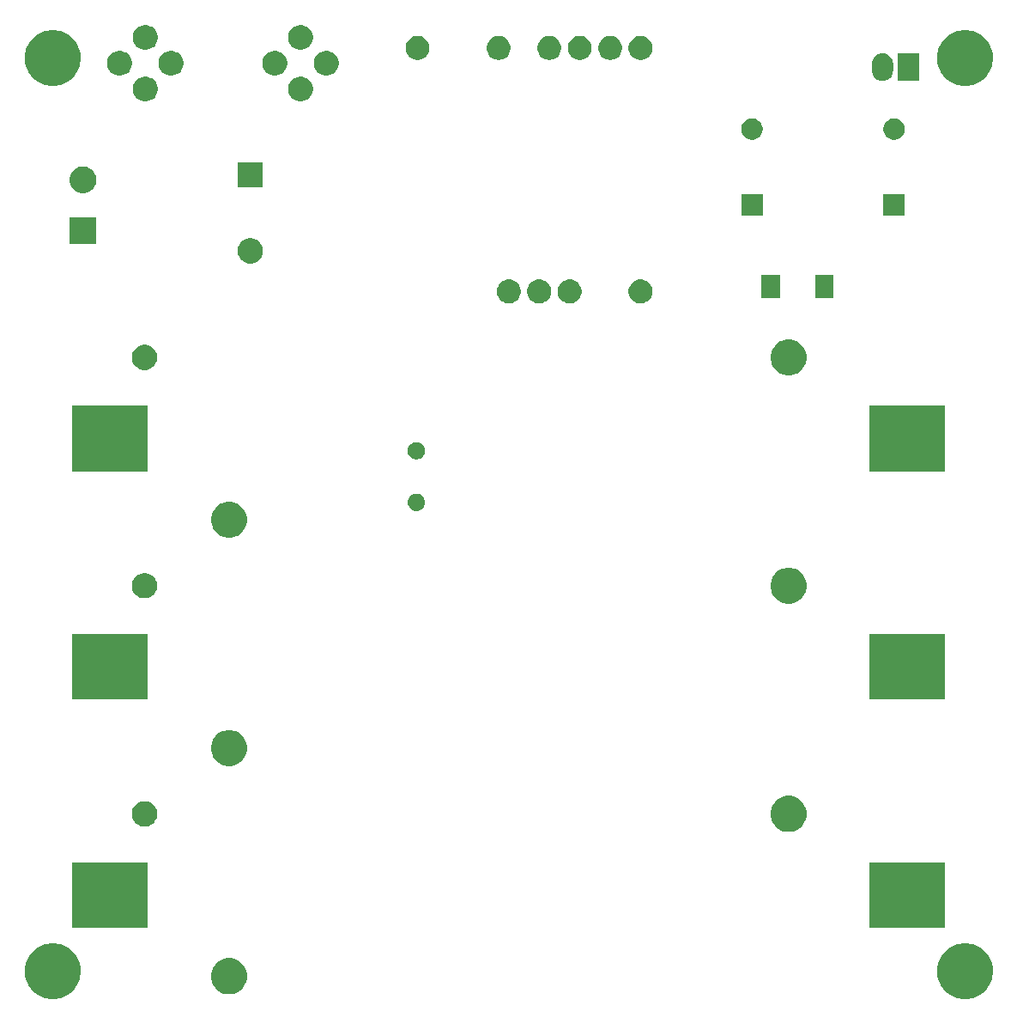
<source format=gbr>
G04 #@! TF.GenerationSoftware,KiCad,Pcbnew,6.0.0-rc1-unknown-5edf350~66~ubuntu18.10.1*
G04 #@! TF.CreationDate,2019-02-07T09:44:38-05:00
G04 #@! TF.ProjectId,UPS,5550532e-6b69-4636-9164-5f7063625858,rev?*
G04 #@! TF.SameCoordinates,Original*
G04 #@! TF.FileFunction,Soldermask,Top*
G04 #@! TF.FilePolarity,Negative*
%FSLAX46Y46*%
G04 Gerber Fmt 4.6, Leading zero omitted, Abs format (unit mm)*
G04 Created by KiCad (PCBNEW 6.0.0-rc1-unknown-5edf350~66~ubuntu18.10.1) date 2019-02-07 09:44:38*
%MOMM*%
%LPD*%
G04 APERTURE LIST*
%ADD10C,0.100000*%
G04 APERTURE END LIST*
D10*
G36*
X95536693Y-92301859D02*
G01*
X95802437Y-92354719D01*
X96303087Y-92562095D01*
X96483561Y-92682684D01*
X96753660Y-92863158D01*
X97136842Y-93246340D01*
X97317316Y-93516439D01*
X97437905Y-93696913D01*
X97645281Y-94197563D01*
X97645281Y-94197564D01*
X97751000Y-94729049D01*
X97751000Y-95270951D01*
X97715186Y-95451000D01*
X97645281Y-95802437D01*
X97437905Y-96303087D01*
X97381521Y-96387471D01*
X97136842Y-96753660D01*
X96753660Y-97136842D01*
X96490774Y-97312496D01*
X96303087Y-97437905D01*
X95802437Y-97645281D01*
X95536693Y-97698141D01*
X95270951Y-97751000D01*
X94729049Y-97751000D01*
X94463306Y-97698140D01*
X94197563Y-97645281D01*
X93696913Y-97437905D01*
X93509226Y-97312496D01*
X93246340Y-97136842D01*
X92863158Y-96753660D01*
X92618479Y-96387471D01*
X92562095Y-96303087D01*
X92354719Y-95802437D01*
X92284814Y-95451000D01*
X92249000Y-95270951D01*
X92249000Y-94729049D01*
X92354719Y-94197564D01*
X92354719Y-94197563D01*
X92562095Y-93696913D01*
X92682684Y-93516439D01*
X92863158Y-93246340D01*
X93246340Y-92863158D01*
X93516439Y-92682684D01*
X93696913Y-92562095D01*
X94197563Y-92354719D01*
X94463307Y-92301859D01*
X94729049Y-92249000D01*
X95270951Y-92249000D01*
X95536693Y-92301859D01*
X95536693Y-92301859D01*
G37*
G36*
X5536693Y-92301859D02*
G01*
X5802437Y-92354719D01*
X6303087Y-92562095D01*
X6483561Y-92682684D01*
X6753660Y-92863158D01*
X7136842Y-93246340D01*
X7317316Y-93516439D01*
X7437905Y-93696913D01*
X7645281Y-94197563D01*
X7645281Y-94197564D01*
X7751000Y-94729049D01*
X7751000Y-95270951D01*
X7715186Y-95451000D01*
X7645281Y-95802437D01*
X7437905Y-96303087D01*
X7381521Y-96387471D01*
X7136842Y-96753660D01*
X6753660Y-97136842D01*
X6490774Y-97312496D01*
X6303087Y-97437905D01*
X5802437Y-97645281D01*
X5536694Y-97698140D01*
X5270951Y-97751000D01*
X4729049Y-97751000D01*
X4463306Y-97698140D01*
X4197563Y-97645281D01*
X3696913Y-97437905D01*
X3509226Y-97312496D01*
X3246340Y-97136842D01*
X2863158Y-96753660D01*
X2618479Y-96387471D01*
X2562095Y-96303087D01*
X2354719Y-95802437D01*
X2284814Y-95451000D01*
X2249000Y-95270951D01*
X2249000Y-94729049D01*
X2354719Y-94197564D01*
X2354719Y-94197563D01*
X2562095Y-93696913D01*
X2682684Y-93516439D01*
X2863158Y-93246340D01*
X3246340Y-92863158D01*
X3516439Y-92682684D01*
X3696913Y-92562095D01*
X4197563Y-92354719D01*
X4463307Y-92301859D01*
X4729049Y-92249000D01*
X5270951Y-92249000D01*
X5536693Y-92301859D01*
X5536693Y-92301859D01*
G37*
G36*
X22918039Y-93792250D02*
G01*
X23070991Y-93855605D01*
X23241251Y-93926129D01*
X23532134Y-94120491D01*
X23779509Y-94367866D01*
X23973871Y-94658749D01*
X24026734Y-94786371D01*
X24107750Y-94981961D01*
X24176000Y-95325078D01*
X24176000Y-95674922D01*
X24107750Y-96018039D01*
X24055411Y-96144395D01*
X23973871Y-96341251D01*
X23779509Y-96632134D01*
X23532134Y-96879509D01*
X23241251Y-97073871D01*
X23107372Y-97129325D01*
X22918039Y-97207750D01*
X22574922Y-97276000D01*
X22225078Y-97276000D01*
X21881961Y-97207750D01*
X21692628Y-97129325D01*
X21558749Y-97073871D01*
X21267866Y-96879509D01*
X21020491Y-96632134D01*
X20826129Y-96341251D01*
X20744589Y-96144395D01*
X20692250Y-96018039D01*
X20624000Y-95674922D01*
X20624000Y-95325078D01*
X20692250Y-94981961D01*
X20773266Y-94786371D01*
X20826129Y-94658749D01*
X21020491Y-94367866D01*
X21267866Y-94120491D01*
X21558749Y-93926129D01*
X21729009Y-93855605D01*
X21881961Y-93792250D01*
X22225078Y-93724000D01*
X22574922Y-93724000D01*
X22918039Y-93792250D01*
X22918039Y-93792250D01*
G37*
G36*
X14391000Y-90726000D02*
G01*
X6949000Y-90726000D01*
X6949000Y-84274000D01*
X14391000Y-84274000D01*
X14391000Y-90726000D01*
X14391000Y-90726000D01*
G37*
G36*
X93051000Y-90726000D02*
G01*
X85609000Y-90726000D01*
X85609000Y-84274000D01*
X93051000Y-84274000D01*
X93051000Y-90726000D01*
X93051000Y-90726000D01*
G37*
G36*
X78118039Y-77792250D02*
G01*
X78307372Y-77870675D01*
X78441251Y-77926129D01*
X78732134Y-78120491D01*
X78979509Y-78367866D01*
X79173871Y-78658749D01*
X79173871Y-78658750D01*
X79307750Y-78981961D01*
X79376000Y-79325078D01*
X79376000Y-79674922D01*
X79307750Y-80018039D01*
X79277859Y-80090201D01*
X79173871Y-80341251D01*
X78979509Y-80632134D01*
X78732134Y-80879509D01*
X78441251Y-81073871D01*
X78307372Y-81129325D01*
X78118039Y-81207750D01*
X77774922Y-81276000D01*
X77425078Y-81276000D01*
X77081961Y-81207750D01*
X76892628Y-81129325D01*
X76758749Y-81073871D01*
X76467866Y-80879509D01*
X76220491Y-80632134D01*
X76026129Y-80341251D01*
X75922141Y-80090201D01*
X75892250Y-80018039D01*
X75824000Y-79674922D01*
X75824000Y-79325078D01*
X75892250Y-78981961D01*
X76026129Y-78658750D01*
X76026129Y-78658749D01*
X76220491Y-78367866D01*
X76467866Y-78120491D01*
X76758749Y-77926129D01*
X76892628Y-77870675D01*
X77081961Y-77792250D01*
X77425078Y-77724000D01*
X77774922Y-77724000D01*
X78118039Y-77792250D01*
X78118039Y-77792250D01*
G37*
G36*
X14433444Y-78301882D02*
G01*
X14660201Y-78395808D01*
X14660202Y-78395809D01*
X14864279Y-78532168D01*
X15037832Y-78705721D01*
X15128944Y-78842081D01*
X15174192Y-78909799D01*
X15268118Y-79136556D01*
X15316000Y-79377278D01*
X15316000Y-79622722D01*
X15268118Y-79863444D01*
X15174192Y-80090201D01*
X15174191Y-80090202D01*
X15037832Y-80294279D01*
X14864279Y-80467832D01*
X14727919Y-80558944D01*
X14660201Y-80604192D01*
X14433444Y-80698118D01*
X14192722Y-80746000D01*
X13947278Y-80746000D01*
X13706556Y-80698118D01*
X13479799Y-80604192D01*
X13412081Y-80558944D01*
X13275721Y-80467832D01*
X13102168Y-80294279D01*
X12965809Y-80090202D01*
X12965808Y-80090201D01*
X12871882Y-79863444D01*
X12824000Y-79622722D01*
X12824000Y-79377278D01*
X12871882Y-79136556D01*
X12965808Y-78909799D01*
X13011056Y-78842081D01*
X13102168Y-78705721D01*
X13275721Y-78532168D01*
X13479798Y-78395809D01*
X13479799Y-78395808D01*
X13706556Y-78301882D01*
X13947278Y-78254000D01*
X14192722Y-78254000D01*
X14433444Y-78301882D01*
X14433444Y-78301882D01*
G37*
G36*
X22918039Y-71292250D02*
G01*
X23107372Y-71370675D01*
X23241251Y-71426129D01*
X23532134Y-71620491D01*
X23779509Y-71867866D01*
X23973871Y-72158749D01*
X23973871Y-72158750D01*
X24107750Y-72481961D01*
X24176000Y-72825078D01*
X24176000Y-73174922D01*
X24107750Y-73518039D01*
X24029325Y-73707372D01*
X23973871Y-73841251D01*
X23779509Y-74132134D01*
X23532134Y-74379509D01*
X23241251Y-74573871D01*
X23107372Y-74629325D01*
X22918039Y-74707750D01*
X22574922Y-74776000D01*
X22225078Y-74776000D01*
X21881961Y-74707750D01*
X21692628Y-74629325D01*
X21558749Y-74573871D01*
X21267866Y-74379509D01*
X21020491Y-74132134D01*
X20826129Y-73841251D01*
X20770675Y-73707372D01*
X20692250Y-73518039D01*
X20624000Y-73174922D01*
X20624000Y-72825078D01*
X20692250Y-72481961D01*
X20826129Y-72158750D01*
X20826129Y-72158749D01*
X21020491Y-71867866D01*
X21267866Y-71620491D01*
X21558749Y-71426129D01*
X21692628Y-71370675D01*
X21881961Y-71292250D01*
X22225078Y-71224000D01*
X22574922Y-71224000D01*
X22918039Y-71292250D01*
X22918039Y-71292250D01*
G37*
G36*
X93051000Y-68226000D02*
G01*
X85609000Y-68226000D01*
X85609000Y-61774000D01*
X93051000Y-61774000D01*
X93051000Y-68226000D01*
X93051000Y-68226000D01*
G37*
G36*
X14391000Y-68226000D02*
G01*
X6949000Y-68226000D01*
X6949000Y-61774000D01*
X14391000Y-61774000D01*
X14391000Y-68226000D01*
X14391000Y-68226000D01*
G37*
G36*
X78118039Y-55292250D02*
G01*
X78307372Y-55370675D01*
X78441251Y-55426129D01*
X78732134Y-55620491D01*
X78979509Y-55867866D01*
X79173871Y-56158749D01*
X79173871Y-56158750D01*
X79307750Y-56481961D01*
X79376000Y-56825078D01*
X79376000Y-57174922D01*
X79307750Y-57518039D01*
X79277859Y-57590201D01*
X79173871Y-57841251D01*
X78979509Y-58132134D01*
X78732134Y-58379509D01*
X78441251Y-58573871D01*
X78307372Y-58629325D01*
X78118039Y-58707750D01*
X77774922Y-58776000D01*
X77425078Y-58776000D01*
X77081961Y-58707750D01*
X76892628Y-58629325D01*
X76758749Y-58573871D01*
X76467866Y-58379509D01*
X76220491Y-58132134D01*
X76026129Y-57841251D01*
X75922141Y-57590201D01*
X75892250Y-57518039D01*
X75824000Y-57174922D01*
X75824000Y-56825078D01*
X75892250Y-56481961D01*
X76026129Y-56158750D01*
X76026129Y-56158749D01*
X76220491Y-55867866D01*
X76467866Y-55620491D01*
X76758749Y-55426129D01*
X76892628Y-55370675D01*
X77081961Y-55292250D01*
X77425078Y-55224000D01*
X77774922Y-55224000D01*
X78118039Y-55292250D01*
X78118039Y-55292250D01*
G37*
G36*
X14433444Y-55801882D02*
G01*
X14660201Y-55895808D01*
X14660202Y-55895809D01*
X14864279Y-56032168D01*
X15037832Y-56205721D01*
X15128944Y-56342081D01*
X15174192Y-56409799D01*
X15268118Y-56636556D01*
X15316000Y-56877278D01*
X15316000Y-57122722D01*
X15268118Y-57363444D01*
X15174192Y-57590201D01*
X15174191Y-57590202D01*
X15037832Y-57794279D01*
X14864279Y-57967832D01*
X14727919Y-58058944D01*
X14660201Y-58104192D01*
X14433444Y-58198118D01*
X14192722Y-58246000D01*
X13947278Y-58246000D01*
X13706556Y-58198118D01*
X13479799Y-58104192D01*
X13412081Y-58058944D01*
X13275721Y-57967832D01*
X13102168Y-57794279D01*
X12965809Y-57590202D01*
X12965808Y-57590201D01*
X12871882Y-57363444D01*
X12824000Y-57122722D01*
X12824000Y-56877278D01*
X12871882Y-56636556D01*
X12965808Y-56409799D01*
X13011056Y-56342081D01*
X13102168Y-56205721D01*
X13275721Y-56032168D01*
X13479798Y-55895809D01*
X13479799Y-55895808D01*
X13706556Y-55801882D01*
X13947278Y-55754000D01*
X14192722Y-55754000D01*
X14433444Y-55801882D01*
X14433444Y-55801882D01*
G37*
G36*
X22918039Y-48792250D02*
G01*
X23107372Y-48870675D01*
X23241251Y-48926129D01*
X23532134Y-49120491D01*
X23779509Y-49367866D01*
X23973871Y-49658749D01*
X23973871Y-49658750D01*
X24107750Y-49981961D01*
X24176000Y-50325078D01*
X24176000Y-50674922D01*
X24107750Y-51018039D01*
X24029325Y-51207372D01*
X23973871Y-51341251D01*
X23779509Y-51632134D01*
X23532134Y-51879509D01*
X23241251Y-52073871D01*
X23107372Y-52129325D01*
X22918039Y-52207750D01*
X22574922Y-52276000D01*
X22225078Y-52276000D01*
X21881961Y-52207750D01*
X21692628Y-52129325D01*
X21558749Y-52073871D01*
X21267866Y-51879509D01*
X21020491Y-51632134D01*
X20826129Y-51341251D01*
X20770675Y-51207372D01*
X20692250Y-51018039D01*
X20624000Y-50674922D01*
X20624000Y-50325078D01*
X20692250Y-49981961D01*
X20826129Y-49658750D01*
X20826129Y-49658749D01*
X21020491Y-49367866D01*
X21267866Y-49120491D01*
X21558749Y-48926129D01*
X21692628Y-48870675D01*
X21881961Y-48792250D01*
X22225078Y-48724000D01*
X22574922Y-48724000D01*
X22918039Y-48792250D01*
X22918039Y-48792250D01*
G37*
G36*
X41050690Y-47938893D02*
G01*
X41211109Y-47987556D01*
X41343773Y-48058466D01*
X41358945Y-48066576D01*
X41488526Y-48172921D01*
X41594871Y-48302502D01*
X41594872Y-48302504D01*
X41673891Y-48450338D01*
X41722554Y-48610757D01*
X41738984Y-48777580D01*
X41722554Y-48944403D01*
X41673891Y-49104822D01*
X41602981Y-49237486D01*
X41594871Y-49252658D01*
X41488526Y-49382239D01*
X41358945Y-49488584D01*
X41358943Y-49488585D01*
X41211109Y-49567604D01*
X41050690Y-49616267D01*
X40925671Y-49628580D01*
X40842063Y-49628580D01*
X40717044Y-49616267D01*
X40556625Y-49567604D01*
X40408791Y-49488585D01*
X40408789Y-49488584D01*
X40279208Y-49382239D01*
X40172863Y-49252658D01*
X40164753Y-49237486D01*
X40093843Y-49104822D01*
X40045180Y-48944403D01*
X40028750Y-48777580D01*
X40045180Y-48610757D01*
X40093843Y-48450338D01*
X40172862Y-48302504D01*
X40172863Y-48302502D01*
X40279208Y-48172921D01*
X40408789Y-48066576D01*
X40423961Y-48058466D01*
X40556625Y-47987556D01*
X40717044Y-47938893D01*
X40842063Y-47926580D01*
X40925671Y-47926580D01*
X41050690Y-47938893D01*
X41050690Y-47938893D01*
G37*
G36*
X93051000Y-45726000D02*
G01*
X85609000Y-45726000D01*
X85609000Y-39274000D01*
X93051000Y-39274000D01*
X93051000Y-45726000D01*
X93051000Y-45726000D01*
G37*
G36*
X14391000Y-45726000D02*
G01*
X6949000Y-45726000D01*
X6949000Y-39274000D01*
X14391000Y-39274000D01*
X14391000Y-45726000D01*
X14391000Y-45726000D01*
G37*
G36*
X41132095Y-42879283D02*
G01*
X41286967Y-42943433D01*
X41426348Y-43036565D01*
X41544882Y-43155099D01*
X41638014Y-43294480D01*
X41702164Y-43449352D01*
X41734867Y-43613764D01*
X41734867Y-43781396D01*
X41702164Y-43945808D01*
X41638014Y-44100680D01*
X41544882Y-44240061D01*
X41426348Y-44358595D01*
X41286967Y-44451727D01*
X41132095Y-44515877D01*
X40967683Y-44548580D01*
X40800051Y-44548580D01*
X40635639Y-44515877D01*
X40480767Y-44451727D01*
X40341386Y-44358595D01*
X40222852Y-44240061D01*
X40129720Y-44100680D01*
X40065570Y-43945808D01*
X40032867Y-43781396D01*
X40032867Y-43613764D01*
X40065570Y-43449352D01*
X40129720Y-43294480D01*
X40222852Y-43155099D01*
X40341386Y-43036565D01*
X40480767Y-42943433D01*
X40635639Y-42879283D01*
X40800051Y-42846580D01*
X40967683Y-42846580D01*
X41132095Y-42879283D01*
X41132095Y-42879283D01*
G37*
G36*
X78118039Y-32792250D02*
G01*
X78307372Y-32870675D01*
X78441251Y-32926129D01*
X78732134Y-33120491D01*
X78979509Y-33367866D01*
X79173871Y-33658749D01*
X79173871Y-33658750D01*
X79307750Y-33981961D01*
X79376000Y-34325078D01*
X79376000Y-34674922D01*
X79307750Y-35018039D01*
X79277859Y-35090201D01*
X79173871Y-35341251D01*
X78979509Y-35632134D01*
X78732134Y-35879509D01*
X78441251Y-36073871D01*
X78307372Y-36129325D01*
X78118039Y-36207750D01*
X77774922Y-36276000D01*
X77425078Y-36276000D01*
X77081961Y-36207750D01*
X76892628Y-36129325D01*
X76758749Y-36073871D01*
X76467866Y-35879509D01*
X76220491Y-35632134D01*
X76026129Y-35341251D01*
X75922141Y-35090201D01*
X75892250Y-35018039D01*
X75824000Y-34674922D01*
X75824000Y-34325078D01*
X75892250Y-33981961D01*
X76026129Y-33658750D01*
X76026129Y-33658749D01*
X76220491Y-33367866D01*
X76467866Y-33120491D01*
X76758749Y-32926129D01*
X76892628Y-32870675D01*
X77081961Y-32792250D01*
X77425078Y-32724000D01*
X77774922Y-32724000D01*
X78118039Y-32792250D01*
X78118039Y-32792250D01*
G37*
G36*
X14433444Y-33301882D02*
G01*
X14660201Y-33395808D01*
X14660202Y-33395809D01*
X14864279Y-33532168D01*
X15037832Y-33705721D01*
X15128944Y-33842081D01*
X15174192Y-33909799D01*
X15268118Y-34136556D01*
X15316000Y-34377278D01*
X15316000Y-34622722D01*
X15268118Y-34863444D01*
X15174192Y-35090201D01*
X15174191Y-35090202D01*
X15037832Y-35294279D01*
X14864279Y-35467832D01*
X14727919Y-35558944D01*
X14660201Y-35604192D01*
X14433444Y-35698118D01*
X14192722Y-35746000D01*
X13947278Y-35746000D01*
X13706556Y-35698118D01*
X13479799Y-35604192D01*
X13412081Y-35558944D01*
X13275721Y-35467832D01*
X13102168Y-35294279D01*
X12965809Y-35090202D01*
X12965808Y-35090201D01*
X12871882Y-34863444D01*
X12824000Y-34622722D01*
X12824000Y-34377278D01*
X12871882Y-34136556D01*
X12965808Y-33909799D01*
X13011056Y-33842081D01*
X13102168Y-33705721D01*
X13275721Y-33532168D01*
X13479798Y-33395809D01*
X13479799Y-33395808D01*
X13706556Y-33301882D01*
X13947278Y-33254000D01*
X14192722Y-33254000D01*
X14433444Y-33301882D01*
X14433444Y-33301882D01*
G37*
G36*
X53191560Y-26839064D02*
G01*
X53343027Y-26869193D01*
X53557045Y-26957842D01*
X53557046Y-26957843D01*
X53749654Y-27086539D01*
X53913461Y-27250346D01*
X53999258Y-27378751D01*
X54042158Y-27442955D01*
X54130807Y-27656973D01*
X54176000Y-27884174D01*
X54176000Y-28115826D01*
X54130807Y-28343027D01*
X54042158Y-28557045D01*
X54042157Y-28557046D01*
X53913461Y-28749654D01*
X53749654Y-28913461D01*
X53621249Y-28999258D01*
X53557045Y-29042158D01*
X53343027Y-29130807D01*
X53191560Y-29160936D01*
X53115827Y-29176000D01*
X52884173Y-29176000D01*
X52808440Y-29160936D01*
X52656973Y-29130807D01*
X52442955Y-29042158D01*
X52378751Y-28999258D01*
X52250346Y-28913461D01*
X52086539Y-28749654D01*
X51957843Y-28557046D01*
X51957842Y-28557045D01*
X51869193Y-28343027D01*
X51824000Y-28115826D01*
X51824000Y-27884174D01*
X51869193Y-27656973D01*
X51957842Y-27442955D01*
X52000742Y-27378751D01*
X52086539Y-27250346D01*
X52250346Y-27086539D01*
X52442954Y-26957843D01*
X52442955Y-26957842D01*
X52656973Y-26869193D01*
X52808440Y-26839064D01*
X52884173Y-26824000D01*
X53115827Y-26824000D01*
X53191560Y-26839064D01*
X53191560Y-26839064D01*
G37*
G36*
X63191560Y-26839064D02*
G01*
X63343027Y-26869193D01*
X63557045Y-26957842D01*
X63557046Y-26957843D01*
X63749654Y-27086539D01*
X63913461Y-27250346D01*
X63999258Y-27378751D01*
X64042158Y-27442955D01*
X64130807Y-27656973D01*
X64176000Y-27884174D01*
X64176000Y-28115826D01*
X64130807Y-28343027D01*
X64042158Y-28557045D01*
X64042157Y-28557046D01*
X63913461Y-28749654D01*
X63749654Y-28913461D01*
X63621249Y-28999258D01*
X63557045Y-29042158D01*
X63343027Y-29130807D01*
X63191560Y-29160936D01*
X63115827Y-29176000D01*
X62884173Y-29176000D01*
X62808440Y-29160936D01*
X62656973Y-29130807D01*
X62442955Y-29042158D01*
X62378751Y-28999258D01*
X62250346Y-28913461D01*
X62086539Y-28749654D01*
X61957843Y-28557046D01*
X61957842Y-28557045D01*
X61869193Y-28343027D01*
X61824000Y-28115826D01*
X61824000Y-27884174D01*
X61869193Y-27656973D01*
X61957842Y-27442955D01*
X62000742Y-27378751D01*
X62086539Y-27250346D01*
X62250346Y-27086539D01*
X62442954Y-26957843D01*
X62442955Y-26957842D01*
X62656973Y-26869193D01*
X62808440Y-26839064D01*
X62884173Y-26824000D01*
X63115827Y-26824000D01*
X63191560Y-26839064D01*
X63191560Y-26839064D01*
G37*
G36*
X50191560Y-26839064D02*
G01*
X50343027Y-26869193D01*
X50557045Y-26957842D01*
X50557046Y-26957843D01*
X50749654Y-27086539D01*
X50913461Y-27250346D01*
X50999258Y-27378751D01*
X51042158Y-27442955D01*
X51130807Y-27656973D01*
X51176000Y-27884174D01*
X51176000Y-28115826D01*
X51130807Y-28343027D01*
X51042158Y-28557045D01*
X51042157Y-28557046D01*
X50913461Y-28749654D01*
X50749654Y-28913461D01*
X50621249Y-28999258D01*
X50557045Y-29042158D01*
X50343027Y-29130807D01*
X50191560Y-29160936D01*
X50115827Y-29176000D01*
X49884173Y-29176000D01*
X49808440Y-29160936D01*
X49656973Y-29130807D01*
X49442955Y-29042158D01*
X49378751Y-28999258D01*
X49250346Y-28913461D01*
X49086539Y-28749654D01*
X48957843Y-28557046D01*
X48957842Y-28557045D01*
X48869193Y-28343027D01*
X48824000Y-28115826D01*
X48824000Y-27884174D01*
X48869193Y-27656973D01*
X48957842Y-27442955D01*
X49000742Y-27378751D01*
X49086539Y-27250346D01*
X49250346Y-27086539D01*
X49442954Y-26957843D01*
X49442955Y-26957842D01*
X49656973Y-26869193D01*
X49808440Y-26839064D01*
X49884173Y-26824000D01*
X50115827Y-26824000D01*
X50191560Y-26839064D01*
X50191560Y-26839064D01*
G37*
G36*
X56191560Y-26839064D02*
G01*
X56343027Y-26869193D01*
X56557045Y-26957842D01*
X56557046Y-26957843D01*
X56749654Y-27086539D01*
X56913461Y-27250346D01*
X56999258Y-27378751D01*
X57042158Y-27442955D01*
X57130807Y-27656973D01*
X57176000Y-27884174D01*
X57176000Y-28115826D01*
X57130807Y-28343027D01*
X57042158Y-28557045D01*
X57042157Y-28557046D01*
X56913461Y-28749654D01*
X56749654Y-28913461D01*
X56621249Y-28999258D01*
X56557045Y-29042158D01*
X56343027Y-29130807D01*
X56191560Y-29160936D01*
X56115827Y-29176000D01*
X55884173Y-29176000D01*
X55808440Y-29160936D01*
X55656973Y-29130807D01*
X55442955Y-29042158D01*
X55378751Y-28999258D01*
X55250346Y-28913461D01*
X55086539Y-28749654D01*
X54957843Y-28557046D01*
X54957842Y-28557045D01*
X54869193Y-28343027D01*
X54824000Y-28115826D01*
X54824000Y-27884174D01*
X54869193Y-27656973D01*
X54957842Y-27442955D01*
X55000742Y-27378751D01*
X55086539Y-27250346D01*
X55250346Y-27086539D01*
X55442954Y-26957843D01*
X55442955Y-26957842D01*
X55656973Y-26869193D01*
X55808440Y-26839064D01*
X55884173Y-26824000D01*
X56115827Y-26824000D01*
X56191560Y-26839064D01*
X56191560Y-26839064D01*
G37*
G36*
X76751000Y-28651000D02*
G01*
X74949000Y-28651000D01*
X74949000Y-26349000D01*
X76751000Y-26349000D01*
X76751000Y-28651000D01*
X76751000Y-28651000D01*
G37*
G36*
X82051000Y-28651000D02*
G01*
X80249000Y-28651000D01*
X80249000Y-26349000D01*
X82051000Y-26349000D01*
X82051000Y-28651000D01*
X82051000Y-28651000D01*
G37*
G36*
X24864903Y-22797075D02*
G01*
X25092571Y-22891378D01*
X25297466Y-23028285D01*
X25471715Y-23202534D01*
X25608622Y-23407429D01*
X25702925Y-23635097D01*
X25751000Y-23876787D01*
X25751000Y-24123213D01*
X25702925Y-24364903D01*
X25608622Y-24592571D01*
X25471715Y-24797466D01*
X25297466Y-24971715D01*
X25092571Y-25108622D01*
X25092570Y-25108623D01*
X25092569Y-25108623D01*
X24864903Y-25202925D01*
X24623214Y-25251000D01*
X24376786Y-25251000D01*
X24135097Y-25202925D01*
X23907431Y-25108623D01*
X23907430Y-25108623D01*
X23907429Y-25108622D01*
X23702534Y-24971715D01*
X23528285Y-24797466D01*
X23391378Y-24592571D01*
X23297075Y-24364903D01*
X23249000Y-24123213D01*
X23249000Y-23876787D01*
X23297075Y-23635097D01*
X23391378Y-23407429D01*
X23528285Y-23202534D01*
X23702534Y-23028285D01*
X23907429Y-22891378D01*
X24135097Y-22797075D01*
X24376786Y-22749000D01*
X24623214Y-22749000D01*
X24864903Y-22797075D01*
X24864903Y-22797075D01*
G37*
G36*
X9301000Y-23301000D02*
G01*
X6699000Y-23301000D01*
X6699000Y-20699000D01*
X9301000Y-20699000D01*
X9301000Y-23301000D01*
X9301000Y-23301000D01*
G37*
G36*
X75051000Y-20551000D02*
G01*
X72949000Y-20551000D01*
X72949000Y-18449000D01*
X75051000Y-18449000D01*
X75051000Y-20551000D01*
X75051000Y-20551000D01*
G37*
G36*
X89051000Y-20551000D02*
G01*
X86949000Y-20551000D01*
X86949000Y-18449000D01*
X89051000Y-18449000D01*
X89051000Y-20551000D01*
X89051000Y-20551000D01*
G37*
G36*
X8379487Y-15748996D02*
G01*
X8616253Y-15847068D01*
X8616255Y-15847069D01*
X8829339Y-15989447D01*
X9010553Y-16170661D01*
X9152932Y-16383747D01*
X9251004Y-16620513D01*
X9301000Y-16871861D01*
X9301000Y-17128139D01*
X9251004Y-17379487D01*
X9152932Y-17616253D01*
X9152931Y-17616255D01*
X9010553Y-17829339D01*
X8829339Y-18010553D01*
X8616255Y-18152931D01*
X8616254Y-18152932D01*
X8616253Y-18152932D01*
X8379487Y-18251004D01*
X8128139Y-18301000D01*
X7871861Y-18301000D01*
X7620513Y-18251004D01*
X7383747Y-18152932D01*
X7383746Y-18152932D01*
X7383745Y-18152931D01*
X7170661Y-18010553D01*
X6989447Y-17829339D01*
X6847069Y-17616255D01*
X6847068Y-17616253D01*
X6748996Y-17379487D01*
X6699000Y-17128139D01*
X6699000Y-16871861D01*
X6748996Y-16620513D01*
X6847068Y-16383747D01*
X6989447Y-16170661D01*
X7170661Y-15989447D01*
X7383745Y-15847069D01*
X7383747Y-15847068D01*
X7620513Y-15748996D01*
X7871861Y-15699000D01*
X8128139Y-15699000D01*
X8379487Y-15748996D01*
X8379487Y-15748996D01*
G37*
G36*
X25751000Y-17751000D02*
G01*
X23249000Y-17751000D01*
X23249000Y-15249000D01*
X25751000Y-15249000D01*
X25751000Y-17751000D01*
X25751000Y-17751000D01*
G37*
G36*
X74306564Y-10989389D02*
G01*
X74497833Y-11068615D01*
X74497835Y-11068616D01*
X74669973Y-11183635D01*
X74816365Y-11330027D01*
X74931385Y-11502167D01*
X75010611Y-11693436D01*
X75051000Y-11896484D01*
X75051000Y-12103516D01*
X75010611Y-12306564D01*
X74931385Y-12497833D01*
X74931384Y-12497835D01*
X74816365Y-12669973D01*
X74669973Y-12816365D01*
X74497835Y-12931384D01*
X74497834Y-12931385D01*
X74497833Y-12931385D01*
X74306564Y-13010611D01*
X74103516Y-13051000D01*
X73896484Y-13051000D01*
X73693436Y-13010611D01*
X73502167Y-12931385D01*
X73502166Y-12931385D01*
X73502165Y-12931384D01*
X73330027Y-12816365D01*
X73183635Y-12669973D01*
X73068616Y-12497835D01*
X73068615Y-12497833D01*
X72989389Y-12306564D01*
X72949000Y-12103516D01*
X72949000Y-11896484D01*
X72989389Y-11693436D01*
X73068615Y-11502167D01*
X73183635Y-11330027D01*
X73330027Y-11183635D01*
X73502165Y-11068616D01*
X73502167Y-11068615D01*
X73693436Y-10989389D01*
X73896484Y-10949000D01*
X74103516Y-10949000D01*
X74306564Y-10989389D01*
X74306564Y-10989389D01*
G37*
G36*
X88306564Y-10989389D02*
G01*
X88497833Y-11068615D01*
X88497835Y-11068616D01*
X88669973Y-11183635D01*
X88816365Y-11330027D01*
X88931385Y-11502167D01*
X89010611Y-11693436D01*
X89051000Y-11896484D01*
X89051000Y-12103516D01*
X89010611Y-12306564D01*
X88931385Y-12497833D01*
X88931384Y-12497835D01*
X88816365Y-12669973D01*
X88669973Y-12816365D01*
X88497835Y-12931384D01*
X88497834Y-12931385D01*
X88497833Y-12931385D01*
X88306564Y-13010611D01*
X88103516Y-13051000D01*
X87896484Y-13051000D01*
X87693436Y-13010611D01*
X87502167Y-12931385D01*
X87502166Y-12931385D01*
X87502165Y-12931384D01*
X87330027Y-12816365D01*
X87183635Y-12669973D01*
X87068616Y-12497835D01*
X87068615Y-12497833D01*
X86989389Y-12306564D01*
X86949000Y-12103516D01*
X86949000Y-11896484D01*
X86989389Y-11693436D01*
X87068615Y-11502167D01*
X87183635Y-11330027D01*
X87330027Y-11183635D01*
X87502165Y-11068616D01*
X87502167Y-11068615D01*
X87693436Y-10989389D01*
X87896484Y-10949000D01*
X88103516Y-10949000D01*
X88306564Y-10989389D01*
X88306564Y-10989389D01*
G37*
G36*
X29817610Y-6861114D02*
G01*
X30024390Y-6946765D01*
X30040729Y-6953533D01*
X30081207Y-6980580D01*
X30241529Y-7087703D01*
X30412297Y-7258471D01*
X30512697Y-7408731D01*
X30532191Y-7437905D01*
X30546468Y-7459273D01*
X30638886Y-7682390D01*
X30686000Y-7919248D01*
X30686000Y-8160752D01*
X30638886Y-8397610D01*
X30546468Y-8620727D01*
X30412297Y-8821529D01*
X30241529Y-8992297D01*
X30091269Y-9092697D01*
X30040729Y-9126467D01*
X30040728Y-9126468D01*
X30040727Y-9126468D01*
X29817610Y-9218886D01*
X29580752Y-9266000D01*
X29339248Y-9266000D01*
X29102390Y-9218886D01*
X28879273Y-9126468D01*
X28879272Y-9126468D01*
X28879271Y-9126467D01*
X28828731Y-9092697D01*
X28678471Y-8992297D01*
X28507703Y-8821529D01*
X28373532Y-8620727D01*
X28281114Y-8397610D01*
X28234000Y-8160752D01*
X28234000Y-7919248D01*
X28281114Y-7682390D01*
X28373532Y-7459273D01*
X28387810Y-7437905D01*
X28407303Y-7408731D01*
X28507703Y-7258471D01*
X28678471Y-7087703D01*
X28838793Y-6980580D01*
X28879271Y-6953533D01*
X28895610Y-6946765D01*
X29102390Y-6861114D01*
X29339248Y-6814000D01*
X29580752Y-6814000D01*
X29817610Y-6861114D01*
X29817610Y-6861114D01*
G37*
G36*
X14497610Y-6861114D02*
G01*
X14704390Y-6946765D01*
X14720729Y-6953533D01*
X14761207Y-6980580D01*
X14921529Y-7087703D01*
X15092297Y-7258471D01*
X15192697Y-7408731D01*
X15212191Y-7437905D01*
X15226468Y-7459273D01*
X15318886Y-7682390D01*
X15366000Y-7919248D01*
X15366000Y-8160752D01*
X15318886Y-8397610D01*
X15226468Y-8620727D01*
X15092297Y-8821529D01*
X14921529Y-8992297D01*
X14771269Y-9092697D01*
X14720729Y-9126467D01*
X14720728Y-9126468D01*
X14720727Y-9126468D01*
X14497610Y-9218886D01*
X14260752Y-9266000D01*
X14019248Y-9266000D01*
X13782390Y-9218886D01*
X13559273Y-9126468D01*
X13559272Y-9126468D01*
X13559271Y-9126467D01*
X13508731Y-9092697D01*
X13358471Y-8992297D01*
X13187703Y-8821529D01*
X13053532Y-8620727D01*
X12961114Y-8397610D01*
X12914000Y-8160752D01*
X12914000Y-7919248D01*
X12961114Y-7682390D01*
X13053532Y-7459273D01*
X13067810Y-7437905D01*
X13087303Y-7408731D01*
X13187703Y-7258471D01*
X13358471Y-7087703D01*
X13518793Y-6980580D01*
X13559271Y-6953533D01*
X13575610Y-6946765D01*
X13782390Y-6861114D01*
X14019248Y-6814000D01*
X14260752Y-6814000D01*
X14497610Y-6861114D01*
X14497610Y-6861114D01*
G37*
G36*
X5536694Y-2301860D02*
G01*
X5802437Y-2354719D01*
X6303087Y-2562095D01*
X6483561Y-2682684D01*
X6753660Y-2863158D01*
X7136842Y-3246340D01*
X7317316Y-3516439D01*
X7437905Y-3696913D01*
X7620976Y-4138886D01*
X7645281Y-4197564D01*
X7751000Y-4729049D01*
X7751000Y-5270951D01*
X7715186Y-5451000D01*
X7645281Y-5802437D01*
X7437905Y-6303087D01*
X7369120Y-6406031D01*
X7136842Y-6753660D01*
X6753660Y-7136842D01*
X6490774Y-7312496D01*
X6303087Y-7437905D01*
X5802437Y-7645281D01*
X5615882Y-7682389D01*
X5270951Y-7751000D01*
X4729049Y-7751000D01*
X4384118Y-7682389D01*
X4197563Y-7645281D01*
X3696913Y-7437905D01*
X3509226Y-7312496D01*
X3246340Y-7136842D01*
X2863158Y-6753660D01*
X2630880Y-6406031D01*
X2562095Y-6303087D01*
X2354719Y-5802437D01*
X2284814Y-5451000D01*
X2249000Y-5270951D01*
X2249000Y-4729049D01*
X2354719Y-4197564D01*
X2379024Y-4138886D01*
X2562095Y-3696913D01*
X2682684Y-3516439D01*
X2863158Y-3246340D01*
X3246340Y-2863158D01*
X3516439Y-2682684D01*
X3696913Y-2562095D01*
X4197563Y-2354719D01*
X4463306Y-2301860D01*
X4729049Y-2249000D01*
X5270951Y-2249000D01*
X5536694Y-2301860D01*
X5536694Y-2301860D01*
G37*
G36*
X95536694Y-2301860D02*
G01*
X95802437Y-2354719D01*
X96303087Y-2562095D01*
X96483561Y-2682684D01*
X96753660Y-2863158D01*
X97136842Y-3246340D01*
X97317316Y-3516439D01*
X97437905Y-3696913D01*
X97620976Y-4138886D01*
X97645281Y-4197564D01*
X97751000Y-4729049D01*
X97751000Y-5270951D01*
X97715186Y-5451000D01*
X97645281Y-5802437D01*
X97437905Y-6303087D01*
X97369120Y-6406031D01*
X97136842Y-6753660D01*
X96753660Y-7136842D01*
X96490774Y-7312496D01*
X96303087Y-7437905D01*
X95802437Y-7645281D01*
X95615882Y-7682389D01*
X95270951Y-7751000D01*
X94729049Y-7751000D01*
X94384118Y-7682389D01*
X94197563Y-7645281D01*
X93696913Y-7437905D01*
X93509226Y-7312496D01*
X93246340Y-7136842D01*
X92863158Y-6753660D01*
X92630880Y-6406031D01*
X92562095Y-6303087D01*
X92354719Y-5802437D01*
X92284814Y-5451000D01*
X92249000Y-5270951D01*
X92249000Y-4729049D01*
X92354719Y-4197564D01*
X92379024Y-4138886D01*
X92562095Y-3696913D01*
X92682684Y-3516439D01*
X92863158Y-3246340D01*
X93246340Y-2863158D01*
X93516439Y-2682684D01*
X93696913Y-2562095D01*
X94197563Y-2354719D01*
X94463306Y-2301860D01*
X94729049Y-2249000D01*
X95270951Y-2249000D01*
X95536694Y-2301860D01*
X95536694Y-2301860D01*
G37*
G36*
X87066032Y-4564207D02*
G01*
X87264146Y-4624305D01*
X87264149Y-4624306D01*
X87311631Y-4649686D01*
X87446729Y-4721897D01*
X87606765Y-4853235D01*
X87738103Y-5013271D01*
X87753543Y-5042158D01*
X87835694Y-5195851D01*
X87835695Y-5195855D01*
X87895793Y-5393969D01*
X87911000Y-5548371D01*
X87911000Y-6251630D01*
X87895793Y-6406032D01*
X87839582Y-6591332D01*
X87835694Y-6604149D01*
X87795746Y-6678886D01*
X87738103Y-6786729D01*
X87606765Y-6946765D01*
X87446729Y-7078103D01*
X87336835Y-7136842D01*
X87264148Y-7175694D01*
X87264145Y-7175695D01*
X87066031Y-7235793D01*
X86860000Y-7256085D01*
X86653968Y-7235793D01*
X86455854Y-7175695D01*
X86455851Y-7175694D01*
X86359025Y-7123939D01*
X86273271Y-7078103D01*
X86113235Y-6946765D01*
X85981897Y-6786729D01*
X85884307Y-6604149D01*
X85884306Y-6604148D01*
X85878943Y-6586468D01*
X85824207Y-6406031D01*
X85809000Y-6251629D01*
X85809000Y-5548370D01*
X85824207Y-5393968D01*
X85843296Y-5331040D01*
X85884305Y-5195853D01*
X85966458Y-5042157D01*
X85981898Y-5013271D01*
X86113236Y-4853235D01*
X86273272Y-4721897D01*
X86408370Y-4649686D01*
X86455852Y-4624306D01*
X86455855Y-4624305D01*
X86653969Y-4564207D01*
X86860000Y-4543915D01*
X87066032Y-4564207D01*
X87066032Y-4564207D01*
G37*
G36*
X90451000Y-7251000D02*
G01*
X88349000Y-7251000D01*
X88349000Y-4549000D01*
X90451000Y-4549000D01*
X90451000Y-7251000D01*
X90451000Y-7251000D01*
G37*
G36*
X11957610Y-4321114D02*
G01*
X12180727Y-4413532D01*
X12180729Y-4413533D01*
X12231269Y-4447303D01*
X12381529Y-4547703D01*
X12552297Y-4718471D01*
X12597666Y-4786371D01*
X12682584Y-4913459D01*
X12686468Y-4919273D01*
X12778886Y-5142390D01*
X12826000Y-5379248D01*
X12826000Y-5620752D01*
X12778886Y-5857610D01*
X12686468Y-6080727D01*
X12552297Y-6281529D01*
X12381529Y-6452297D01*
X12231269Y-6552697D01*
X12180729Y-6586467D01*
X12180728Y-6586468D01*
X12180727Y-6586468D01*
X11957610Y-6678886D01*
X11720752Y-6726000D01*
X11479248Y-6726000D01*
X11242390Y-6678886D01*
X11019273Y-6586468D01*
X11019272Y-6586468D01*
X11019271Y-6586467D01*
X10968731Y-6552697D01*
X10818471Y-6452297D01*
X10647703Y-6281529D01*
X10513532Y-6080727D01*
X10421114Y-5857610D01*
X10374000Y-5620752D01*
X10374000Y-5379248D01*
X10421114Y-5142390D01*
X10513532Y-4919273D01*
X10517417Y-4913459D01*
X10602334Y-4786371D01*
X10647703Y-4718471D01*
X10818471Y-4547703D01*
X10968731Y-4447303D01*
X11019271Y-4413533D01*
X11019273Y-4413532D01*
X11242390Y-4321114D01*
X11479248Y-4274000D01*
X11720752Y-4274000D01*
X11957610Y-4321114D01*
X11957610Y-4321114D01*
G37*
G36*
X17037610Y-4321114D02*
G01*
X17260727Y-4413532D01*
X17260729Y-4413533D01*
X17311269Y-4447303D01*
X17461529Y-4547703D01*
X17632297Y-4718471D01*
X17677666Y-4786371D01*
X17762584Y-4913459D01*
X17766468Y-4919273D01*
X17858886Y-5142390D01*
X17906000Y-5379248D01*
X17906000Y-5620752D01*
X17858886Y-5857610D01*
X17766468Y-6080727D01*
X17632297Y-6281529D01*
X17461529Y-6452297D01*
X17311269Y-6552697D01*
X17260729Y-6586467D01*
X17260728Y-6586468D01*
X17260727Y-6586468D01*
X17037610Y-6678886D01*
X16800752Y-6726000D01*
X16559248Y-6726000D01*
X16322390Y-6678886D01*
X16099273Y-6586468D01*
X16099272Y-6586468D01*
X16099271Y-6586467D01*
X16048731Y-6552697D01*
X15898471Y-6452297D01*
X15727703Y-6281529D01*
X15593532Y-6080727D01*
X15501114Y-5857610D01*
X15454000Y-5620752D01*
X15454000Y-5379248D01*
X15501114Y-5142390D01*
X15593532Y-4919273D01*
X15597417Y-4913459D01*
X15682334Y-4786371D01*
X15727703Y-4718471D01*
X15898471Y-4547703D01*
X16048731Y-4447303D01*
X16099271Y-4413533D01*
X16099273Y-4413532D01*
X16322390Y-4321114D01*
X16559248Y-4274000D01*
X16800752Y-4274000D01*
X17037610Y-4321114D01*
X17037610Y-4321114D01*
G37*
G36*
X27277610Y-4321114D02*
G01*
X27500727Y-4413532D01*
X27500729Y-4413533D01*
X27551269Y-4447303D01*
X27701529Y-4547703D01*
X27872297Y-4718471D01*
X27917666Y-4786371D01*
X28002584Y-4913459D01*
X28006468Y-4919273D01*
X28098886Y-5142390D01*
X28146000Y-5379248D01*
X28146000Y-5620752D01*
X28098886Y-5857610D01*
X28006468Y-6080727D01*
X27872297Y-6281529D01*
X27701529Y-6452297D01*
X27551269Y-6552697D01*
X27500729Y-6586467D01*
X27500728Y-6586468D01*
X27500727Y-6586468D01*
X27277610Y-6678886D01*
X27040752Y-6726000D01*
X26799248Y-6726000D01*
X26562390Y-6678886D01*
X26339273Y-6586468D01*
X26339272Y-6586468D01*
X26339271Y-6586467D01*
X26288731Y-6552697D01*
X26138471Y-6452297D01*
X25967703Y-6281529D01*
X25833532Y-6080727D01*
X25741114Y-5857610D01*
X25694000Y-5620752D01*
X25694000Y-5379248D01*
X25741114Y-5142390D01*
X25833532Y-4919273D01*
X25837417Y-4913459D01*
X25922334Y-4786371D01*
X25967703Y-4718471D01*
X26138471Y-4547703D01*
X26288731Y-4447303D01*
X26339271Y-4413533D01*
X26339273Y-4413532D01*
X26562390Y-4321114D01*
X26799248Y-4274000D01*
X27040752Y-4274000D01*
X27277610Y-4321114D01*
X27277610Y-4321114D01*
G37*
G36*
X32357610Y-4321114D02*
G01*
X32580727Y-4413532D01*
X32580729Y-4413533D01*
X32631269Y-4447303D01*
X32781529Y-4547703D01*
X32952297Y-4718471D01*
X32997666Y-4786371D01*
X33082584Y-4913459D01*
X33086468Y-4919273D01*
X33178886Y-5142390D01*
X33226000Y-5379248D01*
X33226000Y-5620752D01*
X33178886Y-5857610D01*
X33086468Y-6080727D01*
X32952297Y-6281529D01*
X32781529Y-6452297D01*
X32631269Y-6552697D01*
X32580729Y-6586467D01*
X32580728Y-6586468D01*
X32580727Y-6586468D01*
X32357610Y-6678886D01*
X32120752Y-6726000D01*
X31879248Y-6726000D01*
X31642390Y-6678886D01*
X31419273Y-6586468D01*
X31419272Y-6586468D01*
X31419271Y-6586467D01*
X31368731Y-6552697D01*
X31218471Y-6452297D01*
X31047703Y-6281529D01*
X30913532Y-6080727D01*
X30821114Y-5857610D01*
X30774000Y-5620752D01*
X30774000Y-5379248D01*
X30821114Y-5142390D01*
X30913532Y-4919273D01*
X30917417Y-4913459D01*
X31002334Y-4786371D01*
X31047703Y-4718471D01*
X31218471Y-4547703D01*
X31368731Y-4447303D01*
X31419271Y-4413533D01*
X31419273Y-4413532D01*
X31642390Y-4321114D01*
X31879248Y-4274000D01*
X32120752Y-4274000D01*
X32357610Y-4321114D01*
X32357610Y-4321114D01*
G37*
G36*
X57191560Y-2839064D02*
G01*
X57343027Y-2869193D01*
X57557045Y-2957842D01*
X57557046Y-2957843D01*
X57749654Y-3086539D01*
X57913461Y-3250346D01*
X57958405Y-3317610D01*
X58042158Y-3442955D01*
X58130807Y-3656973D01*
X58176000Y-3884174D01*
X58176000Y-4115826D01*
X58130807Y-4343027D01*
X58042158Y-4557045D01*
X58013236Y-4600329D01*
X57913461Y-4749654D01*
X57749654Y-4913461D01*
X57686618Y-4955580D01*
X57557045Y-5042158D01*
X57343027Y-5130807D01*
X57191560Y-5160936D01*
X57115827Y-5176000D01*
X56884173Y-5176000D01*
X56808440Y-5160936D01*
X56656973Y-5130807D01*
X56442955Y-5042158D01*
X56313382Y-4955580D01*
X56250346Y-4913461D01*
X56086539Y-4749654D01*
X55986764Y-4600329D01*
X55957842Y-4557045D01*
X55869193Y-4343027D01*
X55824000Y-4115826D01*
X55824000Y-3884174D01*
X55869193Y-3656973D01*
X55957842Y-3442955D01*
X56041595Y-3317610D01*
X56086539Y-3250346D01*
X56250346Y-3086539D01*
X56442954Y-2957843D01*
X56442955Y-2957842D01*
X56656973Y-2869193D01*
X56808440Y-2839064D01*
X56884173Y-2824000D01*
X57115827Y-2824000D01*
X57191560Y-2839064D01*
X57191560Y-2839064D01*
G37*
G36*
X60191560Y-2839064D02*
G01*
X60343027Y-2869193D01*
X60557045Y-2957842D01*
X60557046Y-2957843D01*
X60749654Y-3086539D01*
X60913461Y-3250346D01*
X60958405Y-3317610D01*
X61042158Y-3442955D01*
X61130807Y-3656973D01*
X61176000Y-3884174D01*
X61176000Y-4115826D01*
X61130807Y-4343027D01*
X61042158Y-4557045D01*
X61013236Y-4600329D01*
X60913461Y-4749654D01*
X60749654Y-4913461D01*
X60686618Y-4955580D01*
X60557045Y-5042158D01*
X60343027Y-5130807D01*
X60191560Y-5160936D01*
X60115827Y-5176000D01*
X59884173Y-5176000D01*
X59808440Y-5160936D01*
X59656973Y-5130807D01*
X59442955Y-5042158D01*
X59313382Y-4955580D01*
X59250346Y-4913461D01*
X59086539Y-4749654D01*
X58986764Y-4600329D01*
X58957842Y-4557045D01*
X58869193Y-4343027D01*
X58824000Y-4115826D01*
X58824000Y-3884174D01*
X58869193Y-3656973D01*
X58957842Y-3442955D01*
X59041595Y-3317610D01*
X59086539Y-3250346D01*
X59250346Y-3086539D01*
X59442954Y-2957843D01*
X59442955Y-2957842D01*
X59656973Y-2869193D01*
X59808440Y-2839064D01*
X59884173Y-2824000D01*
X60115827Y-2824000D01*
X60191560Y-2839064D01*
X60191560Y-2839064D01*
G37*
G36*
X63191560Y-2839064D02*
G01*
X63343027Y-2869193D01*
X63557045Y-2957842D01*
X63557046Y-2957843D01*
X63749654Y-3086539D01*
X63913461Y-3250346D01*
X63958405Y-3317610D01*
X64042158Y-3442955D01*
X64130807Y-3656973D01*
X64176000Y-3884174D01*
X64176000Y-4115826D01*
X64130807Y-4343027D01*
X64042158Y-4557045D01*
X64013236Y-4600329D01*
X63913461Y-4749654D01*
X63749654Y-4913461D01*
X63686618Y-4955580D01*
X63557045Y-5042158D01*
X63343027Y-5130807D01*
X63191560Y-5160936D01*
X63115827Y-5176000D01*
X62884173Y-5176000D01*
X62808440Y-5160936D01*
X62656973Y-5130807D01*
X62442955Y-5042158D01*
X62313382Y-4955580D01*
X62250346Y-4913461D01*
X62086539Y-4749654D01*
X61986764Y-4600329D01*
X61957842Y-4557045D01*
X61869193Y-4343027D01*
X61824000Y-4115826D01*
X61824000Y-3884174D01*
X61869193Y-3656973D01*
X61957842Y-3442955D01*
X62041595Y-3317610D01*
X62086539Y-3250346D01*
X62250346Y-3086539D01*
X62442954Y-2957843D01*
X62442955Y-2957842D01*
X62656973Y-2869193D01*
X62808440Y-2839064D01*
X62884173Y-2824000D01*
X63115827Y-2824000D01*
X63191560Y-2839064D01*
X63191560Y-2839064D01*
G37*
G36*
X49191560Y-2839064D02*
G01*
X49343027Y-2869193D01*
X49557045Y-2957842D01*
X49557046Y-2957843D01*
X49749654Y-3086539D01*
X49913461Y-3250346D01*
X49958405Y-3317610D01*
X50042158Y-3442955D01*
X50130807Y-3656973D01*
X50176000Y-3884174D01*
X50176000Y-4115826D01*
X50130807Y-4343027D01*
X50042158Y-4557045D01*
X50013236Y-4600329D01*
X49913461Y-4749654D01*
X49749654Y-4913461D01*
X49686618Y-4955580D01*
X49557045Y-5042158D01*
X49343027Y-5130807D01*
X49191560Y-5160936D01*
X49115827Y-5176000D01*
X48884173Y-5176000D01*
X48808440Y-5160936D01*
X48656973Y-5130807D01*
X48442955Y-5042158D01*
X48313382Y-4955580D01*
X48250346Y-4913461D01*
X48086539Y-4749654D01*
X47986764Y-4600329D01*
X47957842Y-4557045D01*
X47869193Y-4343027D01*
X47824000Y-4115826D01*
X47824000Y-3884174D01*
X47869193Y-3656973D01*
X47957842Y-3442955D01*
X48041595Y-3317610D01*
X48086539Y-3250346D01*
X48250346Y-3086539D01*
X48442954Y-2957843D01*
X48442955Y-2957842D01*
X48656973Y-2869193D01*
X48808440Y-2839064D01*
X48884173Y-2824000D01*
X49115827Y-2824000D01*
X49191560Y-2839064D01*
X49191560Y-2839064D01*
G37*
G36*
X54191560Y-2839064D02*
G01*
X54343027Y-2869193D01*
X54557045Y-2957842D01*
X54557046Y-2957843D01*
X54749654Y-3086539D01*
X54913461Y-3250346D01*
X54958405Y-3317610D01*
X55042158Y-3442955D01*
X55130807Y-3656973D01*
X55176000Y-3884174D01*
X55176000Y-4115826D01*
X55130807Y-4343027D01*
X55042158Y-4557045D01*
X55013236Y-4600329D01*
X54913461Y-4749654D01*
X54749654Y-4913461D01*
X54686618Y-4955580D01*
X54557045Y-5042158D01*
X54343027Y-5130807D01*
X54191560Y-5160936D01*
X54115827Y-5176000D01*
X53884173Y-5176000D01*
X53808440Y-5160936D01*
X53656973Y-5130807D01*
X53442955Y-5042158D01*
X53313382Y-4955580D01*
X53250346Y-4913461D01*
X53086539Y-4749654D01*
X52986764Y-4600329D01*
X52957842Y-4557045D01*
X52869193Y-4343027D01*
X52824000Y-4115826D01*
X52824000Y-3884174D01*
X52869193Y-3656973D01*
X52957842Y-3442955D01*
X53041595Y-3317610D01*
X53086539Y-3250346D01*
X53250346Y-3086539D01*
X53442954Y-2957843D01*
X53442955Y-2957842D01*
X53656973Y-2869193D01*
X53808440Y-2839064D01*
X53884173Y-2824000D01*
X54115827Y-2824000D01*
X54191560Y-2839064D01*
X54191560Y-2839064D01*
G37*
G36*
X41191560Y-2839064D02*
G01*
X41343027Y-2869193D01*
X41557045Y-2957842D01*
X41557046Y-2957843D01*
X41749654Y-3086539D01*
X41913461Y-3250346D01*
X41958405Y-3317610D01*
X42042158Y-3442955D01*
X42130807Y-3656973D01*
X42176000Y-3884174D01*
X42176000Y-4115826D01*
X42130807Y-4343027D01*
X42042158Y-4557045D01*
X42013236Y-4600329D01*
X41913461Y-4749654D01*
X41749654Y-4913461D01*
X41686618Y-4955580D01*
X41557045Y-5042158D01*
X41343027Y-5130807D01*
X41191560Y-5160936D01*
X41115827Y-5176000D01*
X40884173Y-5176000D01*
X40808440Y-5160936D01*
X40656973Y-5130807D01*
X40442955Y-5042158D01*
X40313382Y-4955580D01*
X40250346Y-4913461D01*
X40086539Y-4749654D01*
X39986764Y-4600329D01*
X39957842Y-4557045D01*
X39869193Y-4343027D01*
X39824000Y-4115826D01*
X39824000Y-3884174D01*
X39869193Y-3656973D01*
X39957842Y-3442955D01*
X40041595Y-3317610D01*
X40086539Y-3250346D01*
X40250346Y-3086539D01*
X40442954Y-2957843D01*
X40442955Y-2957842D01*
X40656973Y-2869193D01*
X40808440Y-2839064D01*
X40884173Y-2824000D01*
X41115827Y-2824000D01*
X41191560Y-2839064D01*
X41191560Y-2839064D01*
G37*
G36*
X14497610Y-1781114D02*
G01*
X14720727Y-1873532D01*
X14720729Y-1873533D01*
X14771269Y-1907303D01*
X14921529Y-2007703D01*
X15092297Y-2178471D01*
X15226468Y-2379273D01*
X15318886Y-2602390D01*
X15366000Y-2839248D01*
X15366000Y-3080752D01*
X15318886Y-3317610D01*
X15226468Y-3540727D01*
X15092297Y-3741529D01*
X14921529Y-3912297D01*
X14838492Y-3967780D01*
X14720729Y-4046467D01*
X14720728Y-4046468D01*
X14720727Y-4046468D01*
X14497610Y-4138886D01*
X14260752Y-4186000D01*
X14019248Y-4186000D01*
X13782390Y-4138886D01*
X13559273Y-4046468D01*
X13559272Y-4046468D01*
X13559271Y-4046467D01*
X13441508Y-3967780D01*
X13358471Y-3912297D01*
X13187703Y-3741529D01*
X13053532Y-3540727D01*
X12961114Y-3317610D01*
X12914000Y-3080752D01*
X12914000Y-2839248D01*
X12961114Y-2602390D01*
X13053532Y-2379273D01*
X13187703Y-2178471D01*
X13358471Y-2007703D01*
X13508731Y-1907303D01*
X13559271Y-1873533D01*
X13559273Y-1873532D01*
X13782390Y-1781114D01*
X14019248Y-1734000D01*
X14260752Y-1734000D01*
X14497610Y-1781114D01*
X14497610Y-1781114D01*
G37*
G36*
X29817610Y-1781114D02*
G01*
X30040727Y-1873532D01*
X30040729Y-1873533D01*
X30091269Y-1907303D01*
X30241529Y-2007703D01*
X30412297Y-2178471D01*
X30546468Y-2379273D01*
X30638886Y-2602390D01*
X30686000Y-2839248D01*
X30686000Y-3080752D01*
X30638886Y-3317610D01*
X30546468Y-3540727D01*
X30412297Y-3741529D01*
X30241529Y-3912297D01*
X30158492Y-3967780D01*
X30040729Y-4046467D01*
X30040728Y-4046468D01*
X30040727Y-4046468D01*
X29817610Y-4138886D01*
X29580752Y-4186000D01*
X29339248Y-4186000D01*
X29102390Y-4138886D01*
X28879273Y-4046468D01*
X28879272Y-4046468D01*
X28879271Y-4046467D01*
X28761508Y-3967780D01*
X28678471Y-3912297D01*
X28507703Y-3741529D01*
X28373532Y-3540727D01*
X28281114Y-3317610D01*
X28234000Y-3080752D01*
X28234000Y-2839248D01*
X28281114Y-2602390D01*
X28373532Y-2379273D01*
X28507703Y-2178471D01*
X28678471Y-2007703D01*
X28828731Y-1907303D01*
X28879271Y-1873533D01*
X28879273Y-1873532D01*
X29102390Y-1781114D01*
X29339248Y-1734000D01*
X29580752Y-1734000D01*
X29817610Y-1781114D01*
X29817610Y-1781114D01*
G37*
M02*

</source>
